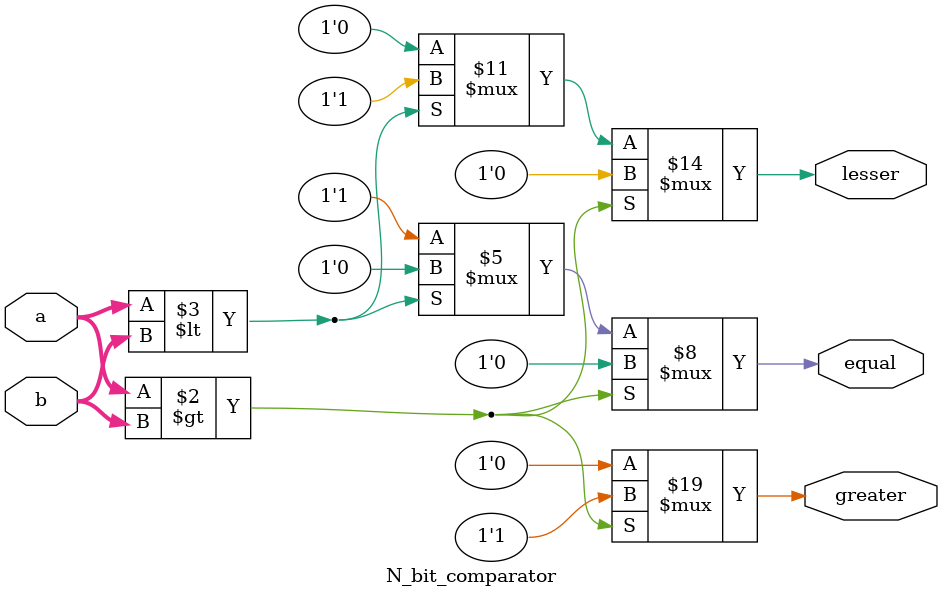
<source format=v>
`timescale 1ns / 1ps


module N_bit_comparator(a,b,greater,lesser,equal);
parameter N=8;
input [N-1:0]a,b;
output reg greater,lesser,equal;
always @(*)begin
if(a>b)begin
greater<=1'b1;
lesser<=1'b0;
equal<=1'b0;
end
else if(a<b)begin
greater<=1'b0;
lesser<=1'b1;
equal<=1'b0;
end
else begin
greater<=1'b0;
lesser<=1'b0;
equal<=1'b1;
end


end
endmodule

</source>
